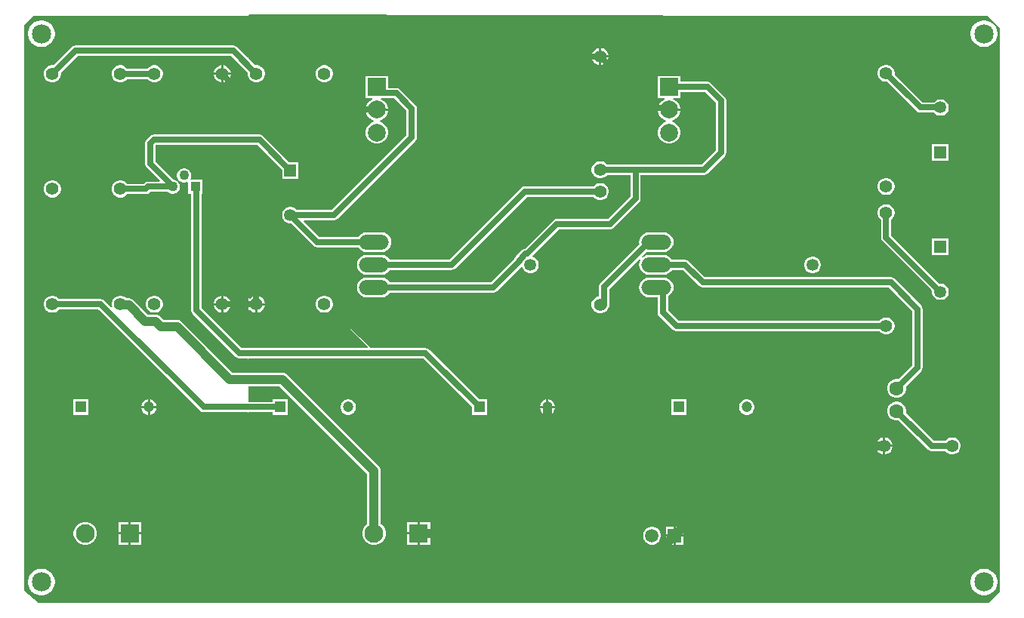
<source format=gbl>
%FSTAX25Y25*%
%MOIN*%
%SFA1B1*%

%IPPOS*%
%ADD18C,0.043307*%
%ADD19R,0.043307X0.043307*%
%ADD22C,0.078740*%
%ADD23R,0.078740X0.078740*%
%ADD34C,0.025000*%
%ADD35C,0.040000*%
%ADD36C,0.085000*%
%ADD37C,0.053150*%
%ADD38O,0.132000X0.066000*%
%ADD39C,0.055118*%
%ADD40C,0.062992*%
%ADD41C,0.053150*%
%ADD42R,0.053150X0.053150*%
%ADD43R,0.047244X0.047244*%
%ADD44C,0.047244*%
%ADD45R,0.082677X0.082677*%
%ADD46C,0.082677*%
%ADD47R,0.059055X0.059055*%
%ADD48C,0.059055*%
%LNhigh_fre_amp-1*%
%LPD*%
G36*
X03705Y0287D02*
X0452D01*
X04575Y02815*
Y00325*
X04525Y00275*
X0033226*
X0027Y0032994*
Y0283*
X0031Y0287*
X0125621*
X0126Y0286705*
Y0287146*
X0126353Y0287499*
X03705Y0287*
G37*
%LNhigh_fre_amp-2*%
%LPC*%
G36*
X0451181Y0285005D02*
X0450018D01*
X0448877Y0284778*
X0447802Y0284333*
X0446835Y0283687*
X0446012Y0282864*
X0445366Y0281897*
X0444921Y0280822*
X0444694Y0279681*
Y0278518*
X0444921Y0277377*
X0445366Y0276302*
X0446012Y0275335*
X0446835Y0274512*
X0447802Y0273866*
X0448877Y0273421*
X0450018Y0273194*
X0451181*
X0452322Y0273421*
X0453397Y0273866*
X0454364Y0274512*
X0455187Y0275335*
X0455833Y0276302*
X0456278Y0277377*
X0456505Y0278518*
Y0279681*
X0456278Y0280822*
X0455833Y0281897*
X0455187Y0282864*
X0454364Y0283687*
X0453397Y0284333*
X0452322Y0284778*
X0451181Y0285005*
G37*
G36*
X0035081D02*
X0033918D01*
X0032777Y0284778*
X0031702Y0284333*
X0030735Y0283687*
X0029912Y0282864*
X0029266Y0281897*
X0028821Y0280822*
X0028594Y0279681*
Y0278518*
X0028821Y0277377*
X0029266Y0276302*
X0029912Y0275335*
X0030735Y0274512*
X0031702Y0273866*
X0032777Y0273421*
X0033918Y0273194*
X0035081*
X0036222Y0273421*
X0037297Y0273866*
X0038264Y0274512*
X0039087Y0275335*
X0039733Y0276302*
X0040178Y0277377*
X0040405Y0278518*
Y0279681*
X0040178Y0280822*
X0039733Y0281897*
X0039087Y0282864*
X0038264Y0283687*
X0037297Y0284333*
X0036222Y0284778*
X0035081Y0285005*
G37*
G36*
X0281635Y0272754D02*
Y02695D01*
X0284889*
X0284635Y0270449*
X028414Y0271306*
X0283441Y0272005*
X0282585Y02725*
X0281635Y0272754*
G37*
G36*
X0280635D02*
X0279685Y02725D01*
X0278829Y0272005*
X0278129Y0271306*
X0277635Y0270449*
X0277381Y02695*
X0280635*
Y0272754*
G37*
G36*
X0281135Y0269D02*
D01*
G37*
G36*
X0284889Y02685D02*
X0281635D01*
Y0265245*
X0282585Y02655*
X0283441Y0265994*
X028414Y0266693*
X0284635Y026755*
X0284889Y02685*
G37*
G36*
X0280635D02*
X0277381D01*
X0277635Y026755*
X0278129Y0266693*
X0278829Y0265994*
X0279685Y02655*
X0280635Y0265245*
Y02685*
G37*
G36*
X0084879Y0265179D02*
X008389D01*
X0082935Y0264923*
X0082078Y0264428*
X0081379Y0263729*
X0081372Y0263717*
X0072382*
X0072375Y0263729*
X0071675Y0264428*
X0070819Y0264923*
X0069864Y0265179*
X0068875*
X006792Y0264923*
X0067063Y0264428*
X0066364Y0263729*
X006587Y0262872*
X0065614Y0261917*
Y0260928*
X006587Y0259973*
X0066364Y0259116*
X0067063Y0258417*
X006792Y0257923*
X0068875Y0257667*
X0069864*
X0070819Y0257923*
X0071675Y0258417*
X0072375Y0259116*
X0072382Y0259129*
X0081372*
X0081379Y0259116*
X0082078Y0258417*
X0082935Y0257923*
X008389Y0257667*
X0084879*
X0085834Y0257923*
X0086691Y0258417*
X008739Y0259116*
X0087885Y0259973*
X008814Y0260928*
Y0261917*
X0087885Y0262872*
X008739Y0263729*
X0086691Y0264428*
X0085834Y0264923*
X0084879Y0265179*
G37*
G36*
X0114885Y0265177D02*
Y0261923D01*
X0118139*
X0117885Y0262872*
X011739Y0263729*
X0116691Y0264428*
X0115834Y0264923*
X0114885Y0265177*
G37*
G36*
X0113885D02*
X0112935Y0264923D01*
X0112078Y0264428*
X0111379Y0263729*
X0110885Y0262872*
X011063Y0261923*
X0113885*
Y0265177*
G37*
G36*
X0118139Y0260923D02*
X0114885D01*
Y0257668*
X0115834Y0257923*
X0116691Y0258417*
X011739Y0259116*
X0117885Y0259973*
X0118139Y0260923*
G37*
G36*
X0113885D02*
X011063D01*
X0110885Y0259973*
X0111379Y0259116*
X0112078Y0258417*
X0112935Y0257923*
X0113885Y0257668*
Y0260923*
G37*
G36*
X0159894Y0265179D02*
X0158905D01*
X015795Y0264923*
X0157093Y0264428*
X0156394Y0263729*
X01559Y0262872*
X0155644Y0261917*
Y0260928*
X01559Y0259973*
X0156394Y0259116*
X0157093Y0258417*
X015795Y0257923*
X0158905Y0257667*
X0159894*
X0160849Y0257923*
X0161706Y0258417*
X0162405Y0259116*
X01629Y0259973*
X0163155Y0260928*
Y0261917*
X01629Y0262872*
X0162405Y0263729*
X0161706Y0264428*
X0160849Y0264923*
X0159894Y0265179*
G37*
G36*
X0119169Y0273947D02*
X00496D01*
X0048722Y0273772*
X0047978Y0273275*
X0039877Y0265175*
X0039864Y0265179*
X0038875*
X003792Y0264923*
X0037063Y0264428*
X0036364Y0263729*
X003587Y0262872*
X0035614Y0261917*
Y0260928*
X003587Y0259973*
X0036364Y0259116*
X0037063Y0258417*
X003792Y0257923*
X0038875Y0257667*
X0039864*
X0040819Y0257923*
X0041675Y0258417*
X0042375Y0259116*
X004287Y0259973*
X0043125Y0260928*
Y0261917*
X0043122Y0261931*
X005055Y0269359*
X0118219*
X0125647Y0261931*
X0125644Y0261917*
Y0260928*
X01259Y0259973*
X0126108Y0259612*
X0126107Y0258894*
X01265Y0259011*
X0127093Y0258417*
X012795Y0257923*
X0128905Y0257667*
X0129894*
X0130849Y0257923*
X0131706Y0258417*
X0132405Y0259116*
X01329Y0259973*
X0133155Y0260928*
Y0261917*
X01329Y0262872*
X0132405Y0263729*
X0131706Y0264428*
X0130849Y0264923*
X0129894Y0265179*
X0128905*
X0128892Y0265175*
X0126Y0268067*
Y0268561*
X012565Y0268416*
X0120791Y0273275*
X0120047Y0273772*
X0119169Y0273947*
G37*
G36*
X0407882Y0265416D02*
X0406893D01*
X0405938Y0265161*
X0405081Y0264666*
X0404382Y0263967*
X0403888Y026311*
X0403632Y0262155*
Y0261166*
X0403888Y0260211*
X0404382Y0259354*
X0405081Y0258655*
X0405938Y0258161*
X0406893Y0257905*
X0407882*
X0407896Y0257908*
X0420923Y0244881*
X0421667Y0244384*
X0422545Y0244209*
X0428509*
X0429142Y0243576*
X0429976Y0243095*
X0430906Y0242846*
X0431869*
X04328Y0243095*
X0433633Y0243576*
X0434314Y0244257*
X0434796Y0245091*
X0435045Y0246022*
Y0246985*
X0434796Y0247915*
X0434314Y0248749*
X0433633Y024943*
X04328Y0249911*
X0431869Y0250161*
X0430906*
X0429976Y0249911*
X0429142Y024943*
X0428509Y0248797*
X0423495*
X041114Y0261153*
X0411144Y0261166*
Y0262155*
X0410888Y026311*
X0410393Y0263967*
X0409694Y0264666*
X0408837Y0265161*
X0407882Y0265416*
G37*
G36*
X0316437Y0245D02*
X0306562D01*
Y024485*
X0306899Y0243594*
X0307549Y0242468*
X0308468Y0241549*
X0309594Y0240899*
X0310192Y0240738*
Y0240221*
X0309594Y0240061*
X0308468Y0239411*
X0307549Y0238492*
X0306899Y0237366*
X0306562Y023611*
Y023481*
X0306899Y0233555*
X0307549Y0232429*
X0308468Y023151*
X0309594Y023086*
X031085Y0230523*
X031215*
X0313405Y023086*
X0314531Y023151*
X031545Y0232429*
X03161Y0233555*
X0316437Y023481*
Y023611*
X03161Y0237366*
X031545Y0238492*
X0314531Y0239411*
X0313405Y0240061*
X0312807Y0240221*
Y0240738*
X0313405Y0240899*
X0314531Y0241549*
X031545Y0242468*
X03161Y0243594*
X0316437Y024485*
Y0245*
G37*
G36*
X0187437D02*
X0177562D01*
Y024485*
X0177899Y0243594*
X0178549Y0242468*
X0179468Y0241549*
X0180594Y0240899*
X0181192Y0240738*
Y0240221*
X0180594Y0240061*
X0179468Y0239411*
X0178549Y0238492*
X0177899Y0237366*
X0177562Y023611*
Y023481*
X0177899Y0233555*
X0178549Y0232429*
X0179468Y023151*
X0180594Y023086*
X018185Y0230523*
X018315*
X0184405Y023086*
X0185531Y023151*
X018645Y0232429*
X01871Y0233555*
X0187437Y023481*
Y023611*
X01871Y0237366*
X018645Y0238492*
X0185531Y0239411*
X0184405Y0240061*
X0183807Y0240221*
Y0240738*
X0184405Y0240899*
X0185531Y0241549*
X018645Y0242468*
X01871Y0243594*
X0187437Y024485*
Y0245*
G37*
G36*
X0435045Y0230475D02*
X042773D01*
Y0223161*
X0435045*
Y0230475*
G37*
G36*
X0316437Y0260476D02*
X0306562D01*
Y0250602*
X0309535*
X0309601Y0250102*
X0309594Y02501*
X0308468Y024945*
X0307549Y0248531*
X0306899Y0247405*
X0306562Y024615*
Y0246*
X0316437*
Y024615*
X03161Y0247405*
X031545Y0248531*
X0314531Y024945*
X0313405Y02501*
X0313398Y0250102*
X0313464Y0250602*
X0316437*
Y0253245*
X032751*
X0332205Y0248549*
Y022745*
X0326049Y0221294*
X0284148*
X028414Y0221306*
X0283441Y0222005*
X0282585Y02225*
X0281629Y0222755*
X028064*
X0279685Y02225*
X0278829Y0222005*
X0278129Y0221306*
X0277635Y0220449*
X0277379Y0219494*
Y0218505*
X0277635Y021755*
X0278129Y0216693*
X0278829Y0215994*
X0279685Y02155*
X028064Y0215244*
X0281629*
X0282585Y02155*
X0283441Y0215994*
X028414Y0216693*
X0284148Y0216705*
X0294453*
Y0207147*
X02847Y0197394*
X0262029*
X0261151Y0197219*
X0260407Y0196722*
X0247773Y0184088*
X0247462Y0184027*
X0246718Y0183529*
X0243844Y0180654*
X0243346Y017991*
X0243285Y01796*
X0232978Y0169294*
X0188333*
X018774Y0170066*
X0186842Y0170755*
X0185796Y0171189*
X0184673Y0171337*
X0178073*
X0176951Y0171189*
X0175905Y0170755*
X0175006Y0170066*
X0174317Y0169168*
X0173884Y0168122*
X0173736Y0167*
X0173884Y0165877*
X0174317Y0164831*
X0175006Y0163933*
X0175905Y0163244*
X0176951Y016281*
X0178073Y0162662*
X0184673*
X0185796Y016281*
X0186842Y0163244*
X018774Y0163933*
X0188333Y0164705*
X0233929*
X0234807Y016488*
X0235551Y0165377*
X0246302Y0176129*
X024686Y0175979*
X0246965Y0175588*
X0247446Y0174754*
X0248127Y0174073*
X0248961Y0173591*
X0249892Y0173342*
X0250855*
X0251785Y0173591*
X0252619Y0174073*
X02533Y0174754*
X0253781Y0175588*
X0254031Y0176518*
Y0177481*
X0253781Y0178411*
X02533Y0179245*
X0252619Y0179926*
X0251785Y0180408*
X0251393Y0180512*
X0251244Y018107*
X0262979Y0192805*
X0285651*
X0286529Y019298*
X0287273Y0193477*
X029837Y0204574*
X0298867Y0205318*
X0299042Y0206196*
Y0216705*
X0327*
X0327877Y021688*
X0328622Y0217377*
X0336122Y0224877*
X0336619Y0225622*
X0336794Y02265*
Y02495*
X0336619Y0250377*
X0336122Y0251122*
X0330082Y0257161*
X0329338Y0257658*
X032846Y0257833*
X0316437*
Y0260476*
G37*
G36*
X0130759Y0234577D02*
X0084141D01*
X0083263Y0234402*
X0082519Y0233905*
X0081055Y0232441*
X0080557Y0231696*
X0080383Y0230818*
Y0221659*
X0080557Y0220781*
X0081055Y0220037*
X0086836Y0214255*
X0086645Y0213794*
X0081666*
X0080788Y0213619*
X0080044Y0213122*
X0079749Y0212827*
X0072382*
X0072375Y0212839*
X0071675Y0213538*
X0070819Y0214033*
X0069864Y0214289*
X0068875*
X006792Y0214033*
X0067063Y0213538*
X0066364Y0212839*
X006587Y0211983*
X0065614Y0211027*
Y0210038*
X006587Y0209083*
X0066364Y0208227*
X0067063Y0207527*
X006792Y0207033*
X0068875Y0206777*
X0069864*
X0070819Y0207033*
X0071675Y0207527*
X0072375Y0208227*
X0072382Y0208239*
X00807*
X0081577Y0208413*
X0082322Y0208911*
X0082616Y0209205*
X0090317*
X0090556Y0208966*
X0091278Y020855*
X0092083Y0208334*
X0092916*
X0093721Y020855*
X0094443Y0208966*
X0095033Y0209556*
X0095449Y0210278*
X0095665Y0211083*
Y0211916*
X0095449Y0212721*
X0095033Y0213443*
X0094443Y0214033*
X0093721Y0214449*
X0092916Y0214665*
X0092916*
X0084971Y022261*
Y0229868*
X0085091Y0229989*
X012574*
X0126Y022973*
Y0229989*
X0129809*
X0140742Y0219055*
Y0214985*
X0148057*
Y02223*
X0143987*
X0132381Y0233905*
X0131637Y0234402*
X0130759Y0234577*
G37*
G36*
X0407882Y0215416D02*
X0406893D01*
X0405938Y0215161*
X0405081Y0214666*
X0404382Y0213967*
X0403888Y021311*
X0403632Y0212155*
Y0211166*
X0403888Y0210211*
X0404382Y0209354*
X0405081Y0208655*
X0405938Y0208161*
X0406893Y0207905*
X0407882*
X0408837Y0208161*
X0409694Y0208655*
X0410393Y0209354*
X0410888Y0210211*
X0411144Y0211166*
Y0212155*
X0410888Y021311*
X0410393Y0213967*
X0409694Y0214666*
X0408837Y0215161*
X0407882Y0215416*
G37*
G36*
X0039864Y0214289D02*
X0038875D01*
X003792Y0214033*
X0037063Y0213538*
X0036364Y0212839*
X003587Y0211983*
X0035614Y0211027*
Y0210038*
X003587Y0209083*
X0036364Y0208227*
X0037063Y0207527*
X003792Y0207033*
X0038875Y0206777*
X0039864*
X0040819Y0207033*
X0041675Y0207527*
X0042375Y0208227*
X004287Y0209083*
X0043125Y0210038*
Y0211027*
X004287Y0211983*
X0042375Y0212839*
X0041675Y0213538*
X0040819Y0214033*
X0039864Y0214289*
G37*
G36*
X0281629Y0213161D02*
X028064D01*
X0279685Y0212905*
X0278829Y0212411*
X0278129Y0211712*
X0278122Y02117*
X0247905*
X0247027Y0211525*
X0246283Y0211028*
X0214549Y0179294*
X0188333*
X018774Y0180066*
X0186842Y0180755*
X0185796Y0181189*
X0184673Y0181337*
X0178073*
X0176951Y0181189*
X0175905Y0180755*
X0175006Y0180066*
X0174317Y0179168*
X0173884Y0178122*
X0173736Y0177*
X0173884Y0175877*
X0174317Y0174831*
X0175006Y0173933*
X0175905Y0173244*
X0176951Y017281*
X0178073Y0172662*
X0184673*
X0185796Y017281*
X0186842Y0173244*
X018774Y0173933*
X0188333Y0174705*
X02155*
X0216377Y017488*
X0217122Y0175377*
X0248856Y0207111*
X0278122*
X0278129Y02071*
X0278829Y02064*
X0279685Y0205905*
X028064Y020565*
X0281629*
X0282585Y0205905*
X0283441Y02064*
X028414Y02071*
X0284635Y0207956*
X0284891Y0208911*
Y02099*
X0284635Y0210855*
X028414Y0211712*
X0283441Y0212411*
X0282585Y0212905*
X0281629Y0213161*
G37*
G36*
X0187437Y0260476D02*
X0177562D01*
Y0250602*
X0180535*
X0180601Y0250102*
X0180594Y02501*
X0179468Y024945*
X0178549Y0248531*
X0177899Y0247405*
X0177562Y024615*
Y0246*
X0187437*
Y024615*
X01871Y0247405*
X018645Y0248531*
X0185531Y024945*
X0184405Y02501*
X0184398Y0250102*
X0184464Y0250602*
X0184965*
X0185187Y0250558*
X0190197*
X0195705Y0245049*
Y0234383*
X0162574Y0201251*
X0147278*
X0146645Y0201884*
X0145811Y0202365*
X0144881Y0202614*
X0143918*
X0142988Y0202365*
X0142154Y0201884*
X0141473Y0201203*
X0140991Y0200369*
X0140742Y0199438*
Y0198475*
X0140991Y0197545*
X0141473Y0196711*
X0142154Y019603*
X0142988Y0195549*
X0143918Y01953*
X0144812*
X0154735Y0185377*
X0155479Y018488*
X0156357Y0184705*
X0174413*
X0175006Y0183933*
X0175905Y0183244*
X0176951Y018281*
X0178073Y0182662*
X0184673*
X0185796Y018281*
X0186842Y0183244*
X018774Y0183933*
X0188429Y0184831*
X0188862Y0185877*
X018901Y0187*
X0188862Y0188122*
X0188429Y0189168*
X018774Y0190066*
X0186842Y0190755*
X0185796Y0191189*
X0184673Y0191337*
X0178073*
X0176951Y0191189*
X0175905Y0190755*
X0175006Y0190066*
X0174413Y0189294*
X0157307*
X01504Y0196201*
X0150591Y0196663*
X0163524*
X0164402Y0196837*
X0165146Y0197335*
X0199622Y0231811*
X0200119Y0232555*
X0200294Y0233433*
Y0246*
X0200119Y0246877*
X0199622Y0247622*
X0192769Y0254474*
X0192025Y0254971*
X0191147Y0255146*
X0187437*
Y0260476*
G37*
G36*
X030923Y0191337D02*
X030263D01*
X0301508Y0191189*
X0300462Y0190755*
X0299564Y0190066*
X0298874Y0189168*
X0298441Y0188122*
X0298293Y0187*
X0298417Y0186061*
X0281377Y0169022*
X028088Y0168277*
X0280705Y01674*
Y0163161*
X028064*
X0279685Y0162905*
X0278829Y0162411*
X0278129Y0161712*
X0277635Y0160855*
X0277379Y01599*
Y0158911*
X0277635Y0157956*
X0278129Y01571*
X0278829Y01564*
X0279685Y0155905*
X028064Y015565*
X0281629*
X0282585Y0155905*
X0283441Y01564*
X028414Y01571*
X0284481Y0157689*
X0284622Y0157783*
X0285119Y0158527*
X0285294Y0159405*
Y0166449*
X0299008Y0180164*
X0299385Y0179833*
X0298874Y0179168*
X0298441Y0178122*
X0298293Y0177*
X0298441Y0175877*
X0298874Y0174831*
X0299564Y0173933*
X0300462Y0173244*
X0301508Y017281*
X030263Y0172662*
X030923*
X0310353Y017281*
X0311399Y0173244*
X0312297Y0173933*
X031289Y0174705*
X0317749*
X0324786Y0167669*
X032553Y0167172*
X0326408Y0166997*
X0408498*
X0418965Y0156529*
Y0132566*
X0412873Y0126473*
X041259Y0126549*
X0411497*
X0410442Y0126266*
X0409495Y012572*
X0408723Y0124948*
X0408177Y0124001*
X0407894Y0122946*
Y0121853*
X0408177Y0120798*
X0408723Y0119851*
X0409495Y0119079*
X0410442Y0118533*
X0411497Y011825*
X041259*
X0413645Y0118533*
X0414591Y0119079*
X0415364Y0119851*
X041591Y0120798*
X0416193Y0121853*
Y0122946*
X0416117Y0123229*
X0422881Y0129994*
X0423379Y0130738*
X0423553Y0131616*
Y015748*
X0423379Y0158358*
X0422881Y0159102*
X041107Y0170913*
X0410326Y017141*
X0409448Y0171585*
X0327359*
X0320322Y0178622*
X0319577Y0179119*
X03187Y0179294*
X031289*
X0312297Y0180066*
X0311399Y0180755*
X0310353Y0181189*
X030923Y0181337*
X030263*
X0301508Y0181189*
X0300462Y0180755*
X0299796Y0180245*
X0299466Y0180622*
X0301637Y0182793*
X030263Y0182662*
X030923*
X0310353Y018281*
X0311399Y0183244*
X0312297Y0183933*
X0312987Y0184831*
X031342Y0185877*
X0313567Y0187*
X031342Y0188122*
X0312987Y0189168*
X0312297Y0190066*
X0311399Y0190755*
X0310353Y0191189*
X030923Y0191337*
G37*
G36*
X0435045Y01885D02*
X042773D01*
Y0181185*
X0435045*
Y01885*
G37*
G36*
X0375412Y0180657D02*
X0374449D01*
X0373518Y0180408*
X0372685Y0179926*
X0372003Y0179245*
X0371522Y0178411*
X0371273Y0177481*
Y0176518*
X0371522Y0175588*
X0372003Y0174754*
X0372685Y0174073*
X0373518Y0173591*
X0374449Y0173342*
X0375412*
X0376342Y0173591*
X0377176Y0174073*
X0377857Y0174754*
X0378338Y0175588*
X0378588Y0176518*
Y0177481*
X0378338Y0178411*
X0377857Y0179245*
X0377176Y0179926*
X0376342Y0180408*
X0375412Y0180657*
G37*
G36*
X01289Y0163398D02*
X012795Y0163143D01*
X0127093Y0162649*
X01265Y0162055*
X0126062Y0162185*
X0126062Y0161374*
X01259Y0161093*
X0125644Y0160138*
Y0159149*
X01259Y0158194*
X0126061Y0157915*
X012606Y0157101*
X01265Y0157232*
X0127093Y0156638*
X012795Y0156143*
X01289Y0155889*
Y0159643*
Y0163398*
G37*
G36*
X0407882Y0203755D02*
X0406893D01*
X0405938Y02035*
X0405081Y0203005*
X0404382Y0202306*
X0403888Y0201449*
X0403632Y0200494*
Y0199505*
X0403888Y019855*
X0404382Y0197693*
X0405081Y0196994*
X0405094Y0196987*
Y0189157*
X0405268Y0188279*
X0405766Y0187535*
X042773Y016557*
Y0164675*
X0427979Y0163745*
X0428461Y0162911*
X0429142Y016223*
X0429976Y0161749*
X0430906Y01615*
X0431869*
X04328Y0161749*
X0433633Y016223*
X0434314Y0162911*
X0434796Y0163745*
X0435045Y0164675*
Y0165638*
X0434796Y0166569*
X0434314Y0167403*
X0433633Y0168084*
X04328Y0168565*
X0431869Y0168814*
X0430975*
X0409682Y0190107*
Y0196987*
X0409694Y0196994*
X0410393Y0197693*
X0410888Y019855*
X0411144Y0199505*
Y0200494*
X0410888Y0201449*
X0410393Y0202306*
X0409694Y0203005*
X0408837Y02035*
X0407882Y0203755*
G37*
G36*
X0114885Y0163398D02*
Y0160143D01*
X0118139*
X0117885Y0161093*
X011739Y016195*
X0116691Y0162649*
X0115834Y0163143*
X0114885Y0163398*
G37*
G36*
X01299D02*
Y0160143D01*
X0133154*
X01329Y0161093*
X0132405Y016195*
X0131706Y0162649*
X0130849Y0163143*
X01299Y0163398*
G37*
G36*
X0113885D02*
X0112935Y0163143D01*
X0112078Y0162649*
X0111379Y016195*
X0110885Y0161093*
X011063Y0160143*
X0113885*
Y0163398*
G37*
G36*
X0069864Y0163399D02*
X0068875D01*
X006792Y0163143*
X0067063Y0162649*
X0066364Y016195*
X006587Y0161093*
X0065614Y0160138*
Y0159149*
X0065822Y0158373*
X0065373Y0158114*
X0062222Y0161266*
X0061477Y0161763*
X00606Y0161937*
X0042382*
X0042375Y016195*
X0041675Y0162649*
X0040819Y0163143*
X0039864Y0163399*
X0038875*
X003792Y0163143*
X0037063Y0162649*
X0036364Y016195*
X003587Y0161093*
X0035614Y0160138*
Y0159149*
X003587Y0158194*
X0036364Y0157337*
X0037063Y0156638*
X003792Y0156143*
X0038875Y0155887*
X0039864*
X0040819Y0156143*
X0041675Y0156638*
X0042375Y0157337*
X0042382Y0157349*
X0059649*
X0104448Y0112551*
X0105192Y0112053*
X010607Y0111879*
X0125685*
X0126Y0111564*
Y0111879*
X0136575*
Y0110811*
X01433*
Y0117535*
X0136575*
Y0116467*
X0126*
Y0123374*
X0139546*
X0178272Y0084648*
Y006254*
X0178146Y0062467*
X017719Y0061512*
X0176514Y0060341*
X0176164Y0059035*
Y0057683*
X0176514Y0056378*
X017719Y0055207*
X0178146Y0054251*
X0179316Y0053575*
X0180622Y0053225*
X0181974*
X018328Y0053575*
X018445Y0054251*
X0185406Y0055207*
X0186082Y0056378*
X0186432Y0057683*
Y0059035*
X0186082Y0060341*
X0185406Y0061512*
X018445Y0062467*
X0184324Y006254*
Y0085901*
X0184221Y0086684*
X0183919Y0087414*
X0183438Y008804*
X0142939Y0128539*
X0142312Y012902*
X0141583Y0129322*
X01408Y0129425*
X0118947*
X0096627Y0151746*
X0096001Y0152226*
X0095271Y0152529*
X0094488Y0152632*
X0088596*
X0086973Y0154255*
X0086346Y0154736*
X0085616Y0155038*
X0084833Y0155141*
X0081421*
X0075244Y0161318*
X0074618Y0161798*
X0073888Y0162101*
X0073105Y0162204*
X0072121*
X0071675Y0162649*
X0070819Y0163143*
X0069864Y0163399*
G37*
G36*
X0118139Y0159143D02*
X0114885D01*
Y0155889*
X0115834Y0156143*
X0116691Y0156638*
X011739Y0157337*
X0117885Y0158194*
X0118139Y0159143*
G37*
G36*
X0133154D02*
X01299D01*
Y0155889*
X0130849Y0156143*
X0131706Y0156638*
X0132405Y0157337*
X01329Y0158194*
X0133154Y0159143*
G37*
G36*
X0113885D02*
X011063D01*
X0110885Y0158194*
X0111379Y0157337*
X0112078Y0156638*
X0112935Y0156143*
X0113885Y0155889*
Y0159143*
G37*
G36*
X0159894Y0163399D02*
X0158905D01*
X015795Y0163143*
X0157093Y0162649*
X0156394Y016195*
X01559Y0161093*
X0155644Y0160138*
Y0159149*
X01559Y0158194*
X0156394Y0157337*
X0157093Y0156638*
X015795Y0156143*
X0158905Y0155887*
X0159894*
X0160849Y0156143*
X0161706Y0156638*
X0162405Y0157337*
X01629Y0158194*
X0163155Y0159149*
Y0160138*
X01629Y0161093*
X0162405Y016195*
X0161706Y0162649*
X0160849Y0163143*
X0159894Y0163399*
G37*
G36*
X0084879D02*
X008389D01*
X0082935Y0163143*
X0082078Y0162649*
X0081379Y016195*
X0080885Y0161093*
X0080629Y0160138*
Y0159149*
X0080885Y0158194*
X0081379Y0157337*
X0082078Y0156638*
X0082935Y0156143*
X008389Y0155887*
X0084879*
X0085834Y0156143*
X0086691Y0156638*
X008739Y0157337*
X0087885Y0158194*
X008814Y0159149*
Y0160138*
X0087885Y0161093*
X008739Y016195*
X0086691Y0162649*
X0085834Y0163143*
X0084879Y0163399*
G37*
G36*
X030923Y0171337D02*
X030263D01*
X0301508Y0171189*
X0300462Y0170755*
X0299564Y0170066*
X0298874Y0169168*
X0298441Y0168122*
X0298293Y0167*
X0298441Y0165877*
X0298874Y0164831*
X0299564Y0163933*
X0300462Y0163244*
X0301508Y016281*
X030263Y0162662*
X0306505*
Y0156*
X030668Y0155122*
X0307177Y0154377*
X0313177Y0148377*
X0313922Y014788*
X03148Y0147705*
X0404375*
X0404382Y0147693*
X0405081Y0146994*
X0405938Y01465*
X0406893Y0146244*
X0407882*
X0408837Y01465*
X0409694Y0146994*
X0410393Y0147693*
X0410888Y014855*
X0411144Y0149505*
Y0150494*
X0410888Y0151449*
X0410393Y0152306*
X0409694Y0153005*
X0408837Y01535*
X0407882Y0153755*
X0406893*
X0405938Y01535*
X0405081Y0153005*
X0404382Y0152306*
X0404375Y0152294*
X031575*
X0311094Y015695*
Y0163117*
X0311399Y0163244*
X0312297Y0163933*
X0312987Y0164831*
X031342Y0165877*
X0313567Y0167*
X031342Y0168122*
X0312987Y0169168*
X0312297Y0170066*
X0311399Y0170755*
X0310353Y0171189*
X030923Y0171337*
G37*
G36*
X00825Y011752D02*
Y0114673D01*
X0085346*
X0085133Y011547*
X008469Y0116237*
X0084064Y0116863*
X0083297Y0117306*
X00825Y011752*
G37*
G36*
X0258376D02*
Y0114673D01*
X0261223*
X0261009Y011547*
X0260566Y0116237*
X025994Y0116863*
X0259174Y0117306*
X0258376Y011752*
G37*
G36*
X00815D02*
X0080702Y0117306D01*
X0079935Y0116863*
X0079309Y0116237*
X0078866Y011547*
X0078653Y0114673*
X00815*
Y011752*
G37*
G36*
X0257376D02*
X0256578Y0117306D01*
X0255811Y0116863*
X0255185Y0116237*
X0254743Y011547*
X0254529Y0114673*
X0257376*
Y011752*
G37*
G36*
X0261223Y0113673D02*
X0258376D01*
Y0110826*
X0259174Y011104*
X025994Y0111482*
X0260566Y0112108*
X0261009Y0112875*
X0261223Y0113673*
G37*
G36*
X0085346D02*
X00825D01*
Y0110826*
X0083297Y011104*
X0084064Y0111482*
X008469Y0112108*
X0085133Y0112875*
X0085346Y0113673*
G37*
G36*
X00815D02*
X0078653D01*
X0078866Y0112875*
X0079309Y0112108*
X0079935Y0111482*
X0080702Y011104*
X00815Y0110826*
Y0113673*
G37*
G36*
X0257376D02*
X0254529D01*
X0254743Y0112875*
X0255185Y0112108*
X0255811Y0111482*
X0256578Y011104*
X0257376Y0110826*
Y0113673*
G37*
G36*
X0346257Y0117535D02*
X0345372D01*
X0344516Y0117306*
X034375Y0116863*
X0343124Y0116237*
X0342681Y011547*
X0342452Y0114615*
Y011373*
X0342681Y0112875*
X0343124Y0112108*
X034375Y0111482*
X0344516Y011104*
X0345372Y0110811*
X0346257*
X0347112Y011104*
X0347879Y0111482*
X0348505Y0112108*
X0348947Y0112875*
X0349176Y011373*
Y0114615*
X0348947Y011547*
X0348505Y0116237*
X0347879Y0116863*
X0347112Y0117306*
X0346257Y0117535*
G37*
G36*
X0319176D02*
X0312452D01*
Y0110811*
X0319176*
Y0117535*
G37*
G36*
X0097916Y0219665D02*
X0097083D01*
X0096278Y0219449*
X0095556Y0219033*
X0094966Y0218443*
X009455Y0217721*
X0094334Y0216916*
Y0216083*
X009455Y0215278*
X0094966Y0214556*
X0095556Y0213966*
X0096278Y021355*
X0097083Y0213334*
X0097916*
X0098721Y021355*
X0098901Y0213654*
X0099334Y0213404*
Y0208334*
X010068*
Y0156868*
X0100855Y015599*
X0101352Y0155245*
X012022Y0136377*
X0120964Y013588*
X0121842Y0135705*
X0125696*
X0126Y0135402*
Y0135705*
X0203099*
X0224514Y011429*
Y0110811*
X0231238*
Y0117535*
X0227758*
X0205671Y0139622*
X0204927Y0140119*
X0204049Y0140294*
X0179889*
X0179228Y0140904*
X0179205Y0140925*
X0178951Y0141159*
X0178549Y0141531*
X0171Y01485*
X0178464Y0141035*
X0178744Y0140755*
X0178718Y0140694*
X0178552Y0140294*
X0122792*
X0105268Y0157818*
Y0208334*
X0105665*
Y0214665*
X0100595*
X0100345Y0215098*
X0100449Y0215278*
X0100665Y0216083*
Y0216916*
X0100449Y0217721*
X0100033Y0218443*
X0099443Y0219033*
X0098721Y0219449*
X0097916Y0219665*
G37*
G36*
X017038Y0117535D02*
X0169495D01*
X016864Y0117306*
X0167873Y0116863*
X0167247Y0116237*
X0166805Y011547*
X0166575Y0114615*
Y011373*
X0166805Y0112875*
X0167247Y0112108*
X0167873Y0111482*
X016864Y011104*
X0169495Y0110811*
X017038*
X0171235Y011104*
X0172002Y0111482*
X0172628Y0112108*
X0173071Y0112875*
X01733Y011373*
Y0114615*
X0173071Y011547*
X0172628Y0116237*
X0172002Y0116863*
X0171235Y0117306*
X017038Y0117535*
G37*
G36*
X0055362D02*
X0048637D01*
Y0110811*
X0055362*
Y0117535*
G37*
G36*
X0407Y010078D02*
Y0097525D01*
X0410254*
X041Y0098475*
X0409505Y0099332*
X0408806Y0100031*
X0407949Y0100525*
X0407Y010078*
G37*
G36*
X0406D02*
X040505Y0100525D01*
X0404193Y0100031*
X0403494Y0099332*
X0403Y0098475*
X0402745Y0097525*
X0406*
Y010078*
G37*
G36*
X0410254Y0096525D02*
X0407D01*
Y0093271*
X0407949Y0093525*
X0408806Y009402*
X0409505Y0094719*
X041Y0095576*
X0410254Y0096525*
G37*
G36*
X0406D02*
X0402745D01*
X0403Y0095576*
X0403494Y0094719*
X0404193Y009402*
X040505Y0093525*
X0406Y0093271*
Y0096525*
G37*
G36*
X041259Y0116549D02*
X0411497D01*
X0410442Y0116266*
X0409495Y011572*
X0408723Y0114948*
X0408177Y0114001*
X0407894Y0112946*
Y0111853*
X0408177Y0110798*
X0408723Y0109851*
X0409495Y0109079*
X0410442Y0108533*
X0411497Y010825*
X041259*
X0412873Y0108326*
X0425795Y0095403*
X0426539Y0094906*
X0427417Y0094731*
X0433487*
X0433494Y0094719*
X0434193Y009402*
X043505Y0093525*
X0436005Y009327*
X0436994*
X0437949Y0093525*
X0438806Y009402*
X0439505Y0094719*
X044Y0095576*
X0440255Y0096531*
Y009752*
X044Y0098475*
X0439505Y0099332*
X0438806Y0100031*
X0437949Y0100525*
X0436994Y0100781*
X0436005*
X043505Y0100525*
X0434193Y0100031*
X0433494Y0099332*
X0433487Y009932*
X0428368*
X0416117Y011157*
X0416193Y0111853*
Y0112946*
X041591Y0114001*
X0415364Y0114948*
X0414591Y011572*
X0413645Y0116266*
X041259Y0116549*
G37*
G36*
X0206117Y0063493D02*
X0201483D01*
Y0058859*
X0206117*
Y0063493*
G37*
G36*
X0078676D02*
X0074042D01*
Y0058859*
X0078676*
Y0063493*
G37*
G36*
X0200483D02*
X0195849D01*
Y0058859*
X0200483*
Y0063493*
G37*
G36*
X0073042D02*
X0068408D01*
Y0058859*
X0073042*
Y0063493*
G37*
G36*
X0317993Y0061328D02*
X031454D01*
Y0057875*
X0317993*
Y0061328*
G37*
G36*
X031354D02*
X0310088D01*
Y0057875*
X031354*
Y0061328*
G37*
G36*
X0317993Y0056875D02*
X031454D01*
Y0053422*
X0317993*
Y0056875*
G37*
G36*
X031354D02*
X0310088D01*
Y0053422*
X031354*
Y0056875*
G37*
G36*
X0304561Y0061328D02*
X030352D01*
X0302515Y0061059*
X0301613Y0060538*
X0300877Y0059802*
X0300357Y0058901*
X0300088Y0057896*
Y0056855*
X0300357Y005585*
X0300877Y0054948*
X0301613Y0054212*
X0302515Y0053692*
X030352Y0053422*
X0304561*
X0305566Y0053692*
X0306468Y0054212*
X0307203Y0054948*
X0307724Y005585*
X0307993Y0056855*
Y0057896*
X0307724Y0058901*
X0307203Y0059802*
X0306468Y0060538*
X0305566Y0061059*
X0304561Y0061328*
G37*
G36*
X0206117Y0057859D02*
X0201483D01*
Y0053225*
X0206117*
Y0057859*
G37*
G36*
X0200483D02*
X0195849D01*
Y0053225*
X0200483*
Y0057859*
G37*
G36*
X0078676D02*
X0074042D01*
Y0053225*
X0078676*
Y0057859*
G37*
G36*
X0073042D02*
X0068408D01*
Y0053225*
X0073042*
Y0057859*
G37*
G36*
X0054533Y0063493D02*
X0053181D01*
X0051875Y0063143*
X0050705Y0062467*
X0049749Y0061512*
X0049073Y0060341*
X0048723Y0059035*
Y0057683*
X0049073Y0056378*
X0049749Y0055207*
X0050705Y0054251*
X0051875Y0053575*
X0053181Y0053225*
X0054533*
X0055838Y0053575*
X0057009Y0054251*
X0057965Y0055207*
X0058641Y0056378*
X0058991Y0057683*
Y0059035*
X0058641Y0060341*
X0057965Y0061512*
X0057009Y0062467*
X0055838Y0063143*
X0054533Y0063493*
G37*
G36*
X0451181Y0042805D02*
X0450018D01*
X0448877Y0042578*
X0447802Y0042133*
X0446835Y0041487*
X0446012Y0040664*
X0445366Y0039697*
X0444921Y0038622*
X0444694Y0037481*
Y0036318*
X0444921Y0035177*
X0445366Y0034102*
X0446012Y0033135*
X0446835Y0032312*
X0447802Y0031666*
X0448877Y0031221*
X0450018Y0030994*
X0451181*
X0452322Y0031221*
X0453397Y0031666*
X0454364Y0032312*
X0455187Y0033135*
X0455833Y0034102*
X0456278Y0035177*
X0456505Y0036318*
Y0037481*
X0456278Y0038622*
X0455833Y0039697*
X0455187Y0040664*
X0454364Y0041487*
X0453397Y0042133*
X0452322Y0042578*
X0451181Y0042805*
G37*
G36*
X0035081D02*
X0033918D01*
X0032777Y0042578*
X0031702Y0042133*
X0030735Y0041487*
X0029912Y0040664*
X0029266Y0039697*
X0028821Y0038622*
X0028594Y0037481*
Y0036318*
X0028821Y0035177*
X0029266Y0034102*
X0029912Y0033135*
X0030735Y0032312*
X0031702Y0031666*
X0032777Y0031221*
X0033918Y0030994*
X0035081*
X0036222Y0031221*
X0037297Y0031666*
X0038264Y0032312*
X0039087Y0033135*
X0039733Y0034102*
X0040178Y0035177*
X0040405Y0036318*
Y0037481*
X0040178Y0038622*
X0039733Y0039697*
X0039087Y0040664*
X0038264Y0041487*
X0037297Y0042133*
X0036222Y0042578*
X0035081Y0042805*
G37*
%LNhigh_fre_amp-3*%
%LPD*%
G54D18*
X00975Y02165D03*
X00925Y02115D03*
G54D19*
X01025Y02115D03*
G54D22*
X03115Y023546D03*
Y02455D03*
X01825Y023546D03*
Y02455D03*
G54D23*
X03115Y0255539D03*
X01825D03*
G54D34*
X0082677Y0221659D02*
X0092668Y0211668D01*
X00807Y0210533D02*
X0081666Y02115D01*
X00925*
X0156357Y0187D02*
X0181373D01*
X0283Y0159405D02*
Y01674D01*
X0136733Y02076D02*
X01499D01*
X01666Y02243*
Y024*
X01294Y0200266D02*
X0136733Y02076D01*
X01666Y024D02*
X0170694Y0244094D01*
X0131713D02*
X0170694D01*
X01721Y02455*
X01825*
X0185187Y0252852D02*
X0191147D01*
X0198Y0246*
X01825Y0255539D02*
X0185187Y0252852D01*
X0163524Y0198957D02*
X0198Y0233433D01*
Y0246*
X0303812Y0246322D02*
X0310677D01*
X03115Y02455*
X0281135Y0269D02*
X0303812Y0246322D01*
X032846Y0255539D02*
X03345Y02495D01*
Y02265D02*
Y02495D01*
X03115Y0255539D02*
X032846D01*
X0327Y0219D02*
X03345Y02265D01*
X0296748Y0219D02*
X0327D01*
X0281135D02*
X0296748D01*
X0084141Y0232283D02*
X0130759D01*
X0082677Y0230818D02*
X0084141Y0232283D01*
X0082677Y0221659D02*
Y0230818D01*
X0123839Y0251968D02*
X0131713Y0244094D01*
X0114385Y0261423D02*
X0123839Y0251968D01*
X0137795*
X0154826Y0269*
X0421259Y0131616D02*
Y015748D01*
X0412043Y01224D02*
X0421259Y0131616D01*
X0102974Y0156868D02*
X0121842Y0138D01*
X0204049*
X0102974Y0156868D02*
Y0211362D01*
X0409448Y0169291D02*
X0421259Y015748D01*
X0326408Y0169291D02*
X0409448D01*
X03187Y0177D02*
X0326408Y0169291D01*
X01444Y0198957D02*
X0163524D01*
X0119169Y0271653D02*
X01294Y0261423D01*
X00496Y0271653D02*
X0119169D01*
X003937Y0261423D02*
X00496Y0271653D01*
X0154826Y0269D02*
X0281135D01*
X01294Y0159643D02*
Y0200266D01*
X0285651Y01951D02*
X0296748Y0206196D01*
Y0219*
X0262029Y01951D02*
X0285651D01*
X0245466Y0179032D02*
X024834Y0181907D01*
X0248836*
X0181373Y0167D02*
X0233929D01*
X0245466Y0178537*
X0248836Y0181907D02*
X0262029Y01951D01*
X0245466Y0178537D02*
Y0179032D01*
X0247905Y0209405D02*
X0281135D01*
X0130759Y0232283D02*
X01444Y0218642D01*
X03088Y0156D02*
Y0167D01*
X0181373Y0177D02*
X02155D01*
X0247905Y0209405*
X0407388Y0189157D02*
Y02D01*
Y0189157D02*
X0431388Y0165157D01*
X0422545Y0246503D02*
X0431388D01*
X0407388Y0261661D02*
X0422545Y0246503D01*
X0281135Y0159405D02*
X0283D01*
Y01674D02*
X03026Y0187D01*
X030593*
X0204049Y0138D02*
X0227876Y0114173D01*
X030593Y0177D02*
X03187D01*
X0412043Y01124D02*
X0427417Y0097025D01*
X04365*
X010607Y0114173D02*
X0139938D01*
X00606Y0159643D02*
X010607Y0114173D01*
X003937Y0159643D02*
X00606D01*
X01444Y0198957D02*
X0156357Y0187D01*
X030593Y0167D02*
X03088D01*
Y0156D02*
X03148Y015D01*
X0407388*
X0114385Y0159643D02*
X01294D01*
X006937Y0210533D02*
X00807D01*
X006937Y0261423D02*
X0084385D01*
G54D35*
X0073105Y0159178D02*
X0080167Y0152115D01*
X006937Y0159643D02*
X0069835Y0159178D01*
X0073105*
X0080167Y0152115D02*
X0084833D01*
X0087342Y0149606*
X0094488D02*
X0117694Y01264D01*
X0087342Y0149606D02*
X0094488D01*
X0117694Y01264D02*
X01408D01*
X0227559Y0058359D02*
X0276285D01*
X0200983D02*
X0227559D01*
X0303909Y0047244D02*
X031404Y0057375D01*
X0287401Y0047244D02*
X0303909D01*
X0276285Y0058359D02*
X0287401Y0047244D01*
X0227559Y0058359D02*
X0257876Y0088676D01*
X0353691Y0097025D02*
X04065D01*
X031404Y0057375D02*
X0353691Y0097025D01*
X0181298Y0058359D02*
Y0085901D01*
X01408Y01264D02*
X0181298Y0085901D01*
X0257876Y0088676D02*
Y0114173D01*
G54D36*
X00345Y02791D03*
X04506Y00369D03*
X00345D03*
X04506Y02791D03*
G54D37*
X0250373Y0177D03*
X037493D03*
G54D38*
X0181373Y0167D03*
Y0177D03*
Y0187D03*
X030593D03*
Y0177D03*
Y0167D03*
G54D39*
X0281135Y0209405D03*
Y0159405D03*
X003937Y0159643D03*
X006937D03*
X0084385D03*
X0114385D03*
X01594D03*
X01294D03*
X04065Y0097025D03*
X04365D03*
X0407388Y0261661D03*
Y0211661D03*
Y015D03*
Y02D03*
X0281135Y0219D03*
Y0269D03*
X003937Y0210533D03*
X006937D03*
X0084385Y0261423D03*
X0114385D03*
X003937D03*
X006937D03*
X01294D03*
X01594D03*
G54D40*
X0412043Y01224D03*
Y01124D03*
G54D41*
X0431388Y0246503D03*
Y0165157D03*
X01444Y0198957D03*
G54D42*
X0431388Y0226818D03*
Y0184842D03*
X01444Y0218642D03*
G54D43*
X0139938Y0114173D03*
X0227876D03*
X0315814D03*
X0052D03*
G54D44*
X0169938Y0114173D03*
X0257876D03*
X0345814D03*
X0082D03*
G54D45*
X0073542Y0058359D03*
X0200983D03*
G54D46*
X0053857Y0058359D03*
X0181298D03*
G54D47*
X031404Y0057375D03*
G54D48*
X030404Y0057375D03*
M02*
</source>
